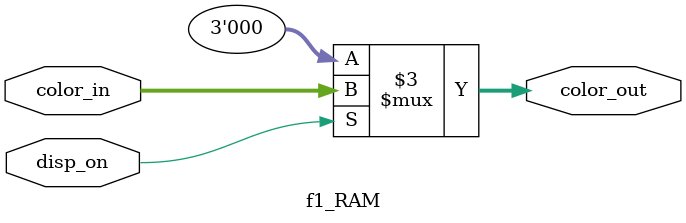
<source format=v>
module f1_RAM (input wire disp_on,
input wire [2:0]color_in,
output reg [2:0] color_out
);


// RAM storage for f1
always @(*)
begin
	if (disp_on) 
		color_out = color_in;
	else
		color_out = 3'b000;
end

endmodule

</source>
